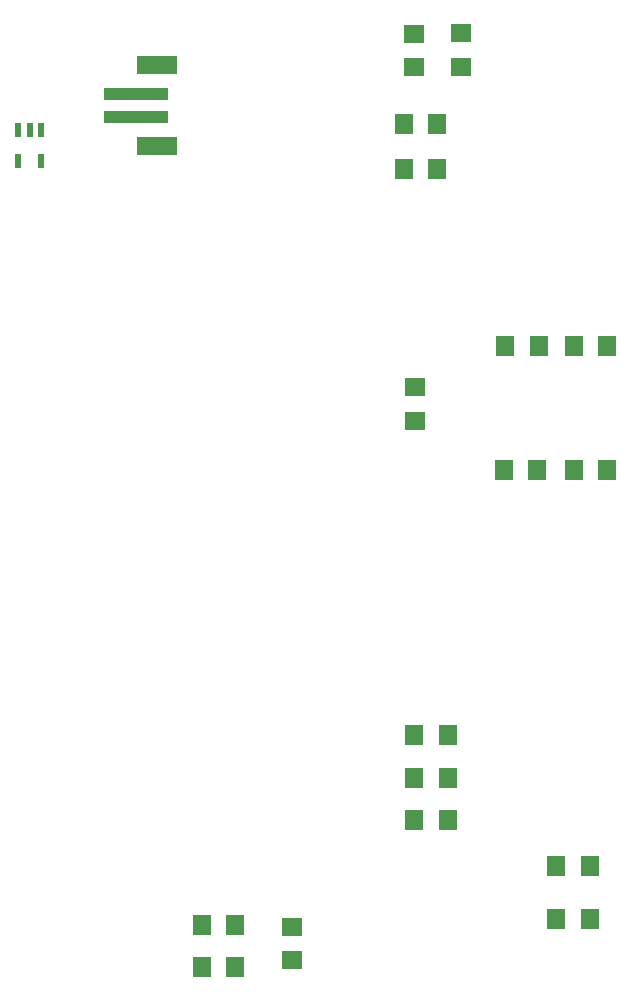
<source format=gbp>
G75*
%MOIN*%
%OFA0B0*%
%FSLAX24Y24*%
%IPPOS*%
%LPD*%
%AMOC8*
5,1,8,0,0,1.08239X$1,22.5*
%
%ADD10R,0.0709X0.0630*%
%ADD11R,0.0710X0.0630*%
%ADD12R,0.2165X0.0394*%
%ADD13R,0.1339X0.0630*%
%ADD14R,0.0217X0.0472*%
%ADD15R,0.0630X0.0710*%
%ADD16R,0.0630X0.0709*%
D10*
X020757Y004324D03*
X020757Y005426D03*
D11*
X024831Y022315D03*
X024831Y023435D03*
X024812Y034091D03*
X024812Y035210D03*
X026387Y035226D03*
X026387Y034106D03*
D12*
X015540Y033217D03*
X015540Y032430D03*
D13*
X016249Y031485D03*
X016249Y034162D03*
D14*
X012371Y031997D03*
X011997Y031997D03*
X011623Y031997D03*
X011623Y030973D03*
X012371Y030973D03*
D15*
X024469Y030698D03*
X025588Y030698D03*
X025588Y032194D03*
X024469Y032194D03*
X024823Y011839D03*
X025943Y011839D03*
X025943Y010422D03*
X024823Y010422D03*
X024823Y009005D03*
X025943Y009005D03*
X029547Y007469D03*
X030667Y007469D03*
X030667Y005698D03*
X029547Y005698D03*
D16*
X017745Y004123D03*
X017745Y005501D03*
X018847Y005501D03*
X018847Y004123D03*
X027824Y020658D03*
X028926Y020658D03*
X030146Y020658D03*
X031249Y020658D03*
X031249Y024792D03*
X030146Y024792D03*
X028965Y024792D03*
X027863Y024792D03*
M02*

</source>
